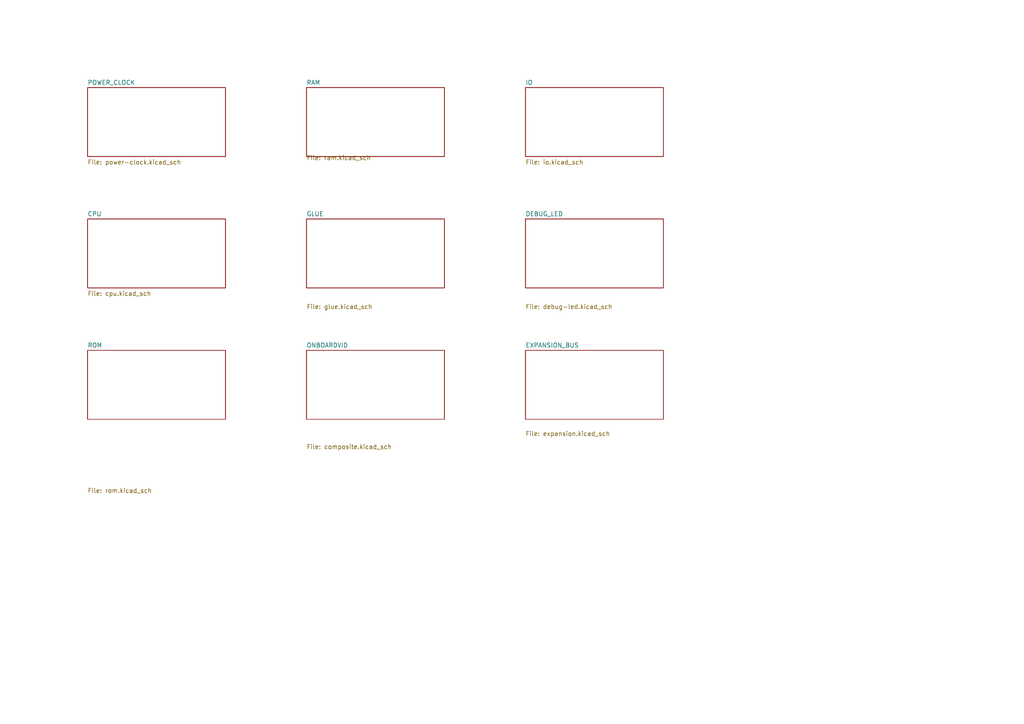
<source format=kicad_sch>
(kicad_sch
	(version 20250114)
	(generator "eeschema")
	(generator_version "9.0")
	(uuid "afefa398-9f39-4b22-97f8-dae9b102df0d")
	(paper "A4")
	(lib_symbols)
	(sheet
		(at 88.9 63.5)
		(size 40 20)
		(exclude_from_sim no)
		(in_bom yes)
		(on_board yes)
		(dnp no)
		(fields_autoplaced yes)
		(stroke
			(width 0.1524)
			(type solid)
		)
		(fill
			(color 0 0 0 0.0000)
		)
		(uuid "04c090b1-601c-4801-ba2d-bdadcdd34cff")
		(property "Sheetname" "GLUE"
			(at 88.9 62.7884 0)
			(effects
				(font
					(size 1.27 1.27)
				)
				(justify left bottom)
			)
		)
		(property "Sheetfile" "glue.kicad_sch"
			(at 88.9 88.2146 0)
			(effects
				(font
					(size 1.27 1.27)
				)
				(justify left top)
			)
		)
		(instances
			(project "board"
				(path "/afefa398-9f39-4b22-97f8-dae9b102df0d"
					(page "6")
				)
			)
		)
	)
	(sheet
		(at 88.9 101.6)
		(size 40 20)
		(exclude_from_sim no)
		(in_bom yes)
		(on_board yes)
		(dnp no)
		(fields_autoplaced yes)
		(stroke
			(width 0.1524)
			(type solid)
		)
		(fill
			(color 0 0 0 0.0000)
		)
		(uuid "189c4050-bf27-4d93-977d-e73def496750")
		(property "Sheetname" "ONBOARDVID"
			(at 88.9 100.8884 0)
			(effects
				(font
					(size 1.27 1.27)
				)
				(justify left bottom)
			)
		)
		(property "Sheetfile" "composite.kicad_sch"
			(at 88.9 128.8546 0)
			(effects
				(font
					(size 1.27 1.27)
				)
				(justify left top)
			)
		)
		(instances
			(project "board"
				(path "/afefa398-9f39-4b22-97f8-dae9b102df0d"
					(page "8")
				)
			)
		)
	)
	(sheet
		(at 25.4 101.6)
		(size 40 20)
		(exclude_from_sim no)
		(in_bom yes)
		(on_board yes)
		(dnp no)
		(fields_autoplaced yes)
		(stroke
			(width 0.1524)
			(type solid)
		)
		(fill
			(color 0 0 0 0.0000)
		)
		(uuid "3a4dea8d-1857-4b43-8092-baf1d8c2c547")
		(property "Sheetname" "ROM"
			(at 25.4 100.8884 0)
			(effects
				(font
					(size 1.27 1.27)
				)
				(justify left bottom)
			)
		)
		(property "Sheetfile" "rom.kicad_sch"
			(at 25.4 141.5546 0)
			(effects
				(font
					(size 1.27 1.27)
				)
				(justify left top)
			)
		)
		(instances
			(project "board"
				(path "/afefa398-9f39-4b22-97f8-dae9b102df0d"
					(page "4")
				)
			)
		)
	)
	(sheet
		(at 25.4 25.4)
		(size 40 20)
		(exclude_from_sim no)
		(in_bom yes)
		(on_board yes)
		(dnp no)
		(fields_autoplaced yes)
		(stroke
			(width 0.1524)
			(type solid)
		)
		(fill
			(color 0 0 0 0.0000)
		)
		(uuid "7a73031a-1268-4f74-b6da-20608cb50de6")
		(property "Sheetname" "POWER_CLOCK"
			(at 25.4 24.6884 0)
			(effects
				(font
					(size 1.27 1.27)
				)
				(justify left bottom)
			)
		)
		(property "Sheetfile" "power-clock.kicad_sch"
			(at 25.4 46.3046 0)
			(effects
				(font
					(size 1.27 1.27)
				)
				(justify left top)
			)
		)
		(instances
			(project "board"
				(path "/afefa398-9f39-4b22-97f8-dae9b102df0d"
					(page "2")
				)
			)
		)
	)
	(sheet
		(at 152.4 25.4)
		(size 40 20)
		(exclude_from_sim no)
		(in_bom yes)
		(on_board yes)
		(dnp no)
		(fields_autoplaced yes)
		(stroke
			(width 0.1524)
			(type solid)
		)
		(fill
			(color 0 0 0 0.0000)
		)
		(uuid "8366f086-fe3c-4854-801e-801c37de6558")
		(property "Sheetname" "IO"
			(at 152.4 24.6884 0)
			(effects
				(font
					(size 1.27 1.27)
				)
				(justify left bottom)
			)
		)
		(property "Sheetfile" "io.kicad_sch"
			(at 152.4 46.3046 0)
			(effects
				(font
					(size 1.27 1.27)
				)
				(justify left top)
			)
		)
		(instances
			(project "board"
				(path "/afefa398-9f39-4b22-97f8-dae9b102df0d"
					(page "7")
				)
			)
		)
	)
	(sheet
		(at 152.4 101.6)
		(size 40 20)
		(exclude_from_sim no)
		(in_bom yes)
		(on_board yes)
		(dnp no)
		(fields_autoplaced yes)
		(stroke
			(width 0.1524)
			(type solid)
		)
		(fill
			(color 0 0 0 0.0000)
		)
		(uuid "a6ee04b7-7d16-47ea-9db5-ea25e69d73a5")
		(property "Sheetname" "EXPANSION_BUS"
			(at 152.4 100.8884 0)
			(effects
				(font
					(size 1.27 1.27)
				)
				(justify left bottom)
			)
		)
		(property "Sheetfile" "expansion.kicad_sch"
			(at 152.4 125.0446 0)
			(effects
				(font
					(size 1.27 1.27)
				)
				(justify left top)
			)
		)
		(instances
			(project "board"
				(path "/afefa398-9f39-4b22-97f8-dae9b102df0d"
					(page "10")
				)
			)
		)
	)
	(sheet
		(at 88.9 25.4)
		(size 40 20)
		(exclude_from_sim no)
		(in_bom yes)
		(on_board yes)
		(dnp no)
		(fields_autoplaced yes)
		(stroke
			(width 0.1524)
			(type solid)
		)
		(fill
			(color 0 0 0 0.0000)
		)
		(uuid "c302b4cc-a95e-44ac-a1e9-5663bcf0d2b3")
		(property "Sheetname" "RAM"
			(at 88.9 24.6884 0)
			(effects
				(font
					(size 1.27 1.27)
				)
				(justify left bottom)
			)
		)
		(property "Sheetfile" "ram.kicad_sch"
			(at 88.9 45.0346 0)
			(effects
				(font
					(size 1.27 1.27)
				)
				(justify left top)
			)
		)
		(instances
			(project "board"
				(path "/afefa398-9f39-4b22-97f8-dae9b102df0d"
					(page "5")
				)
			)
		)
	)
	(sheet
		(at 25.4 63.5)
		(size 40 20)
		(exclude_from_sim no)
		(in_bom yes)
		(on_board yes)
		(dnp no)
		(fields_autoplaced yes)
		(stroke
			(width 0.1524)
			(type solid)
		)
		(fill
			(color 0 0 0 0.0000)
		)
		(uuid "e2759770-a9ef-4fa2-921d-b35f031ff7ee")
		(property "Sheetname" "CPU"
			(at 25.4 62.7884 0)
			(effects
				(font
					(size 1.27 1.27)
				)
				(justify left bottom)
			)
		)
		(property "Sheetfile" "cpu.kicad_sch"
			(at 25.4 84.4046 0)
			(effects
				(font
					(size 1.27 1.27)
				)
				(justify left top)
			)
		)
		(instances
			(project "board"
				(path "/afefa398-9f39-4b22-97f8-dae9b102df0d"
					(page "3")
				)
			)
		)
	)
	(sheet
		(at 152.4 63.5)
		(size 40 20)
		(exclude_from_sim no)
		(in_bom yes)
		(on_board yes)
		(dnp no)
		(fields_autoplaced yes)
		(stroke
			(width 0.1524)
			(type solid)
		)
		(fill
			(color 0 0 0 0.0000)
		)
		(uuid "ed1ce839-173e-4775-a1bf-0525f06c4186")
		(property "Sheetname" "DEBUG_LED"
			(at 152.4 62.7884 0)
			(effects
				(font
					(size 1.27 1.27)
				)
				(justify left bottom)
			)
		)
		(property "Sheetfile" "debug-led.kicad_sch"
			(at 152.4 88.2146 0)
			(effects
				(font
					(size 1.27 1.27)
				)
				(justify left top)
			)
		)
		(instances
			(project "board"
				(path "/afefa398-9f39-4b22-97f8-dae9b102df0d"
					(page "9")
				)
			)
		)
	)
	(sheet_instances
		(path "/"
			(page "1")
		)
	)
	(embedded_fonts no)
)

</source>
